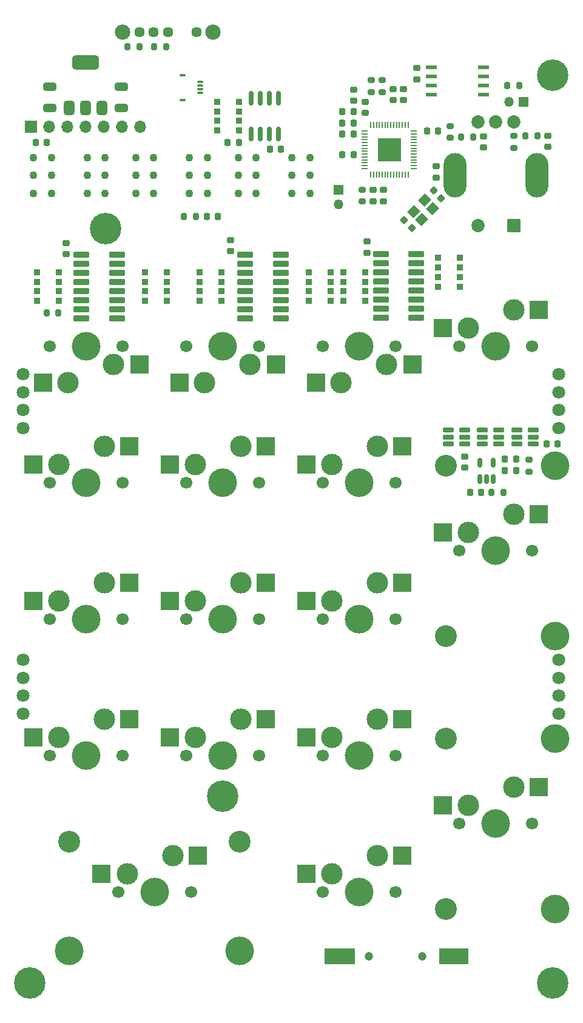
<source format=gbr>
%TF.GenerationSoftware,KiCad,Pcbnew,8.0.4*%
%TF.CreationDate,2024-10-18T15:11:06-05:00*%
%TF.ProjectId,numlocked_numpad,6e756d6c-6f63-46b6-9564-5f6e756d7061,rev?*%
%TF.SameCoordinates,Original*%
%TF.FileFunction,Soldermask,Bot*%
%TF.FilePolarity,Negative*%
%FSLAX46Y46*%
G04 Gerber Fmt 4.6, Leading zero omitted, Abs format (unit mm)*
G04 Created by KiCad (PCBNEW 8.0.4) date 2024-10-18 15:11:06*
%MOMM*%
%LPD*%
G01*
G04 APERTURE LIST*
G04 Aperture macros list*
%AMRoundRect*
0 Rectangle with rounded corners*
0 $1 Rounding radius*
0 $2 $3 $4 $5 $6 $7 $8 $9 X,Y pos of 4 corners*
0 Add a 4 corners polygon primitive as box body*
4,1,4,$2,$3,$4,$5,$6,$7,$8,$9,$2,$3,0*
0 Add four circle primitives for the rounded corners*
1,1,$1+$1,$2,$3*
1,1,$1+$1,$4,$5*
1,1,$1+$1,$6,$7*
1,1,$1+$1,$8,$9*
0 Add four rect primitives between the rounded corners*
20,1,$1+$1,$2,$3,$4,$5,0*
20,1,$1+$1,$4,$5,$6,$7,0*
20,1,$1+$1,$6,$7,$8,$9,0*
20,1,$1+$1,$8,$9,$2,$3,0*%
%AMRotRect*
0 Rectangle, with rotation*
0 The origin of the aperture is its center*
0 $1 length*
0 $2 width*
0 $3 Rotation angle, in degrees counterclockwise*
0 Add horizontal line*
21,1,$1,$2,0,0,$3*%
G04 Aperture macros list end*
%ADD10RoundRect,0.102000X0.825000X0.825000X-0.825000X0.825000X-0.825000X-0.825000X0.825000X-0.825000X0*%
%ADD11C,1.854000*%
%ADD12O,3.204000X6.204000*%
%ADD13C,1.700000*%
%ADD14C,3.000000*%
%ADD15C,4.000000*%
%ADD16R,2.550000X2.500000*%
%ADD17C,1.100000*%
%ADD18R,1.350000X1.350000*%
%ADD19O,1.350000X1.350000*%
%ADD20C,4.400000*%
%ADD21C,1.800000*%
%ADD22R,1.700000X1.700000*%
%ADD23O,1.700000X1.700000*%
%ADD24C,3.050000*%
%ADD25C,1.450000*%
%ADD26C,2.150000*%
%ADD27R,0.900000X0.900000*%
%ADD28RoundRect,0.225000X-0.250000X0.225000X-0.250000X-0.225000X0.250000X-0.225000X0.250000X0.225000X0*%
%ADD29RoundRect,0.225000X-0.225000X-0.250000X0.225000X-0.250000X0.225000X0.250000X-0.225000X0.250000X0*%
%ADD30RoundRect,0.200000X-0.275000X0.200000X-0.275000X-0.200000X0.275000X-0.200000X0.275000X0.200000X0*%
%ADD31RoundRect,0.200000X-0.200000X-0.275000X0.200000X-0.275000X0.200000X0.275000X-0.200000X0.275000X0*%
%ADD32R,1.524000X0.533400*%
%ADD33RoundRect,0.150000X-0.650000X-0.150000X0.650000X-0.150000X0.650000X0.150000X-0.650000X0.150000X0*%
%ADD34RoundRect,0.100500X-0.986500X-0.301500X0.986500X-0.301500X0.986500X0.301500X-0.986500X0.301500X0*%
%ADD35RoundRect,0.200000X0.200000X0.275000X-0.200000X0.275000X-0.200000X-0.275000X0.200000X-0.275000X0*%
%ADD36RoundRect,0.225000X0.250000X-0.225000X0.250000X0.225000X-0.250000X0.225000X-0.250000X-0.225000X0*%
%ADD37RoundRect,0.250000X0.650000X-0.325000X0.650000X0.325000X-0.650000X0.325000X-0.650000X-0.325000X0*%
%ADD38C,1.200000*%
%ADD39R,4.350000X2.300000*%
%ADD40R,4.040000X2.300000*%
%ADD41RoundRect,0.225000X0.225000X0.250000X-0.225000X0.250000X-0.225000X-0.250000X0.225000X-0.250000X0*%
%ADD42RoundRect,0.375000X0.375000X-0.625000X0.375000X0.625000X-0.375000X0.625000X-0.375000X-0.625000X0*%
%ADD43RoundRect,0.500000X1.400000X-0.500000X1.400000X0.500000X-1.400000X0.500000X-1.400000X-0.500000X0*%
%ADD44RoundRect,0.225000X0.335876X0.017678X0.017678X0.335876X-0.335876X-0.017678X-0.017678X-0.335876X0*%
%ADD45RoundRect,0.150000X0.150000X-0.512500X0.150000X0.512500X-0.150000X0.512500X-0.150000X-0.512500X0*%
%ADD46RotRect,1.400000X1.200000X225.000000*%
%ADD47RoundRect,0.075000X0.325000X-0.075000X0.325000X0.075000X-0.325000X0.075000X-0.325000X-0.075000X0*%
%ADD48RoundRect,0.100000X0.300000X-0.100000X0.300000X0.100000X-0.300000X0.100000X-0.300000X-0.100000X0*%
%ADD49RoundRect,0.050000X0.387500X0.050000X-0.387500X0.050000X-0.387500X-0.050000X0.387500X-0.050000X0*%
%ADD50RoundRect,0.050000X0.050000X0.387500X-0.050000X0.387500X-0.050000X-0.387500X0.050000X-0.387500X0*%
%ADD51R,3.200000X3.200000*%
%ADD52RoundRect,0.225000X-0.335876X-0.017678X-0.017678X-0.335876X0.335876X0.017678X0.017678X0.335876X0*%
%ADD53RoundRect,0.150000X0.150000X-0.825000X0.150000X0.825000X-0.150000X0.825000X-0.150000X-0.825000X0*%
%ADD54RoundRect,0.218750X0.218750X0.256250X-0.218750X0.256250X-0.218750X-0.256250X0.218750X-0.256250X0*%
%ADD55RoundRect,0.200000X0.275000X-0.200000X0.275000X0.200000X-0.275000X0.200000X-0.275000X-0.200000X0*%
G04 APERTURE END LIST*
D10*
%TO.C,MT1*%
X161250000Y-70500000D03*
D11*
X156250000Y-70500000D03*
X161250000Y-56000000D03*
X156250000Y-56000000D03*
X158750000Y-56000000D03*
D12*
X164450000Y-63500000D03*
X153050000Y-63500000D03*
%TD*%
D13*
%TO.C,S9*%
X115570000Y-106362500D03*
D14*
X116840000Y-103822500D03*
D15*
X120650000Y-106362500D03*
D14*
X123190000Y-101282500D03*
D13*
X125730000Y-106362500D03*
D16*
X113240000Y-103822500D03*
X126665000Y-101282500D03*
%TD*%
D17*
%TO.C,SW2*%
X94218750Y-61000000D03*
X96718750Y-61000000D03*
X101718750Y-61000000D03*
X104218750Y-61000000D03*
X94218750Y-66000000D03*
X94218750Y-63500000D03*
X96718750Y-63500000D03*
X96718750Y-66000000D03*
X101718750Y-63500000D03*
X101718750Y-66000000D03*
X104218750Y-63500000D03*
X104218750Y-66000000D03*
%TD*%
D13*
%TO.C,S2*%
X96520000Y-106362500D03*
D14*
X97790000Y-103822500D03*
D15*
X101600000Y-106362500D03*
D14*
X104140000Y-101282500D03*
D13*
X106680000Y-106362500D03*
D16*
X94190000Y-103822500D03*
X107615000Y-101282500D03*
%TD*%
D18*
%TO.C,J6*%
X136800000Y-65500000D03*
D19*
X136800000Y-67500000D03*
%TD*%
D13*
%TO.C,S17*%
X134620000Y-106362500D03*
D14*
X135890000Y-103822500D03*
D15*
X139700000Y-106362500D03*
D14*
X142240000Y-101282500D03*
D13*
X144780000Y-106362500D03*
D16*
X132290000Y-103822500D03*
X145715000Y-101282500D03*
%TD*%
D20*
%TO.C,H5*%
X166656250Y-49500000D03*
%TD*%
D18*
%TO.C,J5*%
X162600000Y-53201000D03*
D19*
X160600000Y-53201000D03*
%TD*%
D13*
%TO.C,S8*%
X125730000Y-87312500D03*
D14*
X124460000Y-89852500D03*
D15*
X120650000Y-87312500D03*
D14*
X118110000Y-92392500D03*
D13*
X115570000Y-87312500D03*
D16*
X128060000Y-89852500D03*
X114635000Y-92392500D03*
%TD*%
D21*
%TO.C,J3*%
X167537500Y-91230000D03*
X167537500Y-93730000D03*
X167537500Y-96230000D03*
X167537500Y-98730000D03*
%TD*%
D13*
%TO.C,S6*%
X96520000Y-144462500D03*
D14*
X97790000Y-141922500D03*
D15*
X101600000Y-144462500D03*
D14*
X104140000Y-139382500D03*
D13*
X106680000Y-144462500D03*
D16*
X94190000Y-141922500D03*
X107615000Y-139382500D03*
%TD*%
D13*
%TO.C,S3*%
X96520000Y-125412500D03*
D14*
X97790000Y-122872500D03*
D15*
X101600000Y-125412500D03*
D14*
X104140000Y-120332500D03*
D13*
X106680000Y-125412500D03*
D16*
X94190000Y-122872500D03*
X107615000Y-120332500D03*
%TD*%
D22*
%TO.C,OLED1*%
X93880000Y-56700000D03*
D23*
X96420000Y-56700000D03*
X98960000Y-56700000D03*
X101500000Y-56700000D03*
X104040000Y-56700000D03*
X106580000Y-56700000D03*
X109120000Y-56700000D03*
%TD*%
D13*
%TO.C,S12*%
X134620000Y-163512500D03*
D14*
X135890000Y-160972500D03*
D15*
X139700000Y-163512500D03*
D14*
X142240000Y-158432500D03*
D13*
X144780000Y-163512500D03*
D16*
X132290000Y-160972500D03*
X145715000Y-158432500D03*
%TD*%
D21*
%TO.C,J4*%
X167537500Y-131110000D03*
X167537500Y-133610000D03*
X167537500Y-136110000D03*
X167537500Y-138610000D03*
%TD*%
D20*
%TO.C,H4*%
X166656250Y-176220900D03*
%TD*%
D13*
%TO.C,S11*%
X115570000Y-144462500D03*
D14*
X116840000Y-141922500D03*
D15*
X120650000Y-144462500D03*
D14*
X123190000Y-139382500D03*
D13*
X125730000Y-144462500D03*
D16*
X113240000Y-141922500D03*
X126665000Y-139382500D03*
%TD*%
D20*
%TO.C,H2*%
X93693750Y-176220900D03*
%TD*%
%TO.C,H6*%
X120650000Y-150181250D03*
%TD*%
D13*
%TO.C,S10*%
X115570000Y-125412500D03*
D14*
X116840000Y-122872500D03*
D15*
X120650000Y-125412500D03*
D14*
X123190000Y-120332500D03*
D13*
X125730000Y-125412500D03*
D16*
X113240000Y-122872500D03*
X126665000Y-120332500D03*
%TD*%
D20*
%TO.C,H1*%
X104300000Y-70900000D03*
%TD*%
D13*
%TO.C,S16*%
X153670000Y-87312500D03*
D14*
X154940000Y-84772500D03*
D15*
X158750000Y-87312500D03*
D14*
X161290000Y-82232500D03*
D13*
X163830000Y-87312500D03*
D16*
X151340000Y-84772500D03*
X164765000Y-82232500D03*
%TD*%
D24*
%TO.C,S15*%
X151750000Y-103987500D03*
X151750000Y-127787500D03*
D13*
X153670000Y-115887500D03*
D14*
X154940000Y-113347500D03*
D15*
X158750000Y-115887500D03*
D14*
X161290000Y-110807500D03*
D13*
X163830000Y-115887500D03*
D15*
X166990000Y-103987500D03*
X166990000Y-127787500D03*
D16*
X151340000Y-113347500D03*
X164765000Y-110807500D03*
%TD*%
D13*
%TO.C,S1*%
X106680000Y-87312500D03*
D14*
X105410000Y-89852500D03*
D15*
X101600000Y-87312500D03*
D14*
X99060000Y-92392500D03*
D13*
X96520000Y-87312500D03*
D16*
X109010000Y-89852500D03*
X95585000Y-92392500D03*
%TD*%
D13*
%TO.C,S18*%
X134620000Y-125412500D03*
D14*
X135890000Y-122872500D03*
D15*
X139700000Y-125412500D03*
D14*
X142240000Y-120332500D03*
D13*
X144780000Y-125412500D03*
D16*
X132290000Y-122872500D03*
X145715000Y-120332500D03*
%TD*%
D13*
%TO.C,S19*%
X134620000Y-144462500D03*
D14*
X135890000Y-141922500D03*
D15*
X139700000Y-144462500D03*
D14*
X142240000Y-139382500D03*
D13*
X144780000Y-144462500D03*
D16*
X132290000Y-141922500D03*
X145715000Y-139382500D03*
%TD*%
D25*
%TO.C,SW1*%
X116994000Y-43437500D03*
X112994000Y-43437500D03*
X110994000Y-43437500D03*
X108994000Y-43437500D03*
D26*
X119294000Y-43437500D03*
X106694000Y-43437500D03*
%TD*%
D24*
%TO.C,S7*%
X99225000Y-156512500D03*
D15*
X99225000Y-171752500D03*
D13*
X106045000Y-163512500D03*
D14*
X107315000Y-160972500D03*
D15*
X111125000Y-163512500D03*
D14*
X113665000Y-158432500D03*
D13*
X116205000Y-163512500D03*
D24*
X123025000Y-156512500D03*
D15*
X123025000Y-171752500D03*
D16*
X103715000Y-160972500D03*
X117140000Y-158432500D03*
%TD*%
D17*
%TO.C,SW3*%
X108506250Y-61000000D03*
X111006250Y-61000000D03*
X116006250Y-61000000D03*
X118506250Y-61000000D03*
X108506250Y-66000000D03*
X108506250Y-63500000D03*
X111006250Y-63500000D03*
X111006250Y-66000000D03*
X116006250Y-63500000D03*
X116006250Y-66000000D03*
X118506250Y-63500000D03*
X118506250Y-66000000D03*
%TD*%
D24*
%TO.C,S20*%
X151750000Y-142087500D03*
X151750000Y-165887500D03*
D13*
X153670000Y-153987500D03*
D14*
X154940000Y-151447500D03*
D15*
X158750000Y-153987500D03*
D14*
X161290000Y-148907500D03*
D13*
X163830000Y-153987500D03*
D15*
X166990000Y-142087500D03*
X166990000Y-165887500D03*
D16*
X151340000Y-151447500D03*
X164765000Y-148907500D03*
%TD*%
D13*
%TO.C,S14*%
X144780000Y-87312500D03*
D14*
X143510000Y-89852500D03*
D15*
X139700000Y-87312500D03*
D14*
X137160000Y-92392500D03*
D13*
X134620000Y-87312500D03*
D16*
X147110000Y-89852500D03*
X133685000Y-92392500D03*
%TD*%
D17*
%TO.C,SW4*%
X122793750Y-61000000D03*
X125293750Y-61000000D03*
X130293750Y-61000000D03*
X132793750Y-61000000D03*
X122793750Y-66000000D03*
X122793750Y-63500000D03*
X125293750Y-63500000D03*
X125293750Y-66000000D03*
X130293750Y-63500000D03*
X130293750Y-66000000D03*
X132793750Y-63500000D03*
X132793750Y-66000000D03*
%TD*%
D27*
%TO.C,RN3*%
X120435000Y-77000000D03*
X120435000Y-78340000D03*
X120435000Y-79660000D03*
X120435000Y-81000000D03*
X117435000Y-81000000D03*
X117435000Y-79660000D03*
X117435000Y-78340000D03*
X117435000Y-77000000D03*
%TD*%
D28*
%TO.C,C22*%
X143100000Y-65525000D03*
X143100000Y-67075000D03*
%TD*%
D29*
%TO.C,C26*%
X160025000Y-103100000D03*
X161575000Y-103100000D03*
%TD*%
%TO.C,C29*%
X165812700Y-100973320D03*
X167362700Y-100973320D03*
%TD*%
%TO.C,C19*%
X149125000Y-57300000D03*
X150675000Y-57300000D03*
%TD*%
D30*
%TO.C,R7*%
X140100000Y-65475000D03*
X140100000Y-67125000D03*
%TD*%
D27*
%TO.C,RN5*%
X140500000Y-77000000D03*
X140500000Y-78340000D03*
X140500000Y-79660000D03*
X140500000Y-81000000D03*
X137500000Y-81000000D03*
X137500000Y-79660000D03*
X137500000Y-78340000D03*
X137500000Y-77000000D03*
%TD*%
D30*
%TO.C,R9*%
X141400000Y-50175000D03*
X141400000Y-51825000D03*
%TD*%
D31*
%TO.C,R13*%
X111075000Y-45500000D03*
X112725000Y-45500000D03*
%TD*%
D27*
%TO.C,RN1*%
X97750000Y-77000000D03*
X97750000Y-78340000D03*
X97750000Y-79660000D03*
X97750000Y-81000000D03*
X94750000Y-81000000D03*
X94750000Y-79660000D03*
X94750000Y-78340000D03*
X94750000Y-77000000D03*
%TD*%
D32*
%TO.C,U7*%
X157044900Y-48395000D03*
X157044900Y-49665000D03*
X157044900Y-50935000D03*
X157044900Y-52205000D03*
X149755100Y-52205000D03*
X149755100Y-50935000D03*
X149755100Y-49665000D03*
X149755100Y-48395000D03*
%TD*%
D27*
%TO.C,RN2*%
X109815000Y-81000000D03*
X109815000Y-79660000D03*
X109815000Y-78340000D03*
X109815000Y-77000000D03*
X112815000Y-77000000D03*
X112815000Y-78340000D03*
X112815000Y-79660000D03*
X112815000Y-81000000D03*
%TD*%
D28*
%TO.C,C5*%
X157000000Y-58025000D03*
X157000000Y-59575000D03*
%TD*%
D30*
%TO.C,R3*%
X152400000Y-56575000D03*
X152400000Y-58225000D03*
%TD*%
D33*
%TO.C,U5*%
X161650000Y-100950000D03*
X161650000Y-100000000D03*
X161650000Y-99050000D03*
X163950000Y-99050000D03*
X163950000Y-100000000D03*
X163950000Y-100950000D03*
%TD*%
D34*
%TO.C,U2*%
X105865000Y-74555000D03*
X105865000Y-75825000D03*
X105865000Y-77095000D03*
X105865000Y-78365000D03*
X105865000Y-79635000D03*
X105865000Y-80905000D03*
X105865000Y-82175000D03*
X105865000Y-83445000D03*
X100915000Y-83445000D03*
X100915000Y-82175000D03*
X100915000Y-80905000D03*
X100915000Y-79635000D03*
X100915000Y-78365000D03*
X100915000Y-77095000D03*
X100915000Y-75825000D03*
X100915000Y-74555000D03*
%TD*%
D28*
%TO.C,C24*%
X147700000Y-48500000D03*
X147700000Y-50050000D03*
%TD*%
D27*
%TO.C,RN7*%
X119900000Y-57200000D03*
X119900000Y-55860000D03*
X119900000Y-54540000D03*
X119900000Y-53200000D03*
X122900000Y-53200000D03*
X122900000Y-54540000D03*
X122900000Y-55860000D03*
X122900000Y-57200000D03*
%TD*%
D35*
%TO.C,R2*%
X164562686Y-57965752D03*
X162912686Y-57965752D03*
%TD*%
D36*
%TO.C,C2*%
X140800000Y-74275000D03*
X140800000Y-72725000D03*
%TD*%
%TO.C,C18*%
X144400000Y-52975000D03*
X144400000Y-51425000D03*
%TD*%
D37*
%TO.C,C7*%
X96500000Y-54075000D03*
X96500000Y-51125000D03*
%TD*%
D38*
%TO.C,BT1*%
X148500000Y-172500000D03*
X141000000Y-172500000D03*
D39*
X136935000Y-172500000D03*
D40*
X152900000Y-172500000D03*
%TD*%
D41*
%TO.C,C23*%
X138875000Y-56200000D03*
X137325000Y-56200000D03*
%TD*%
%TO.C,C21*%
X138875000Y-60600000D03*
X137325000Y-60600000D03*
%TD*%
D34*
%TO.C,U3*%
X128725000Y-74555000D03*
X128725000Y-75825000D03*
X128725000Y-77095000D03*
X128725000Y-78365000D03*
X128725000Y-79635000D03*
X128725000Y-80905000D03*
X128725000Y-82175000D03*
X128725000Y-83445000D03*
X123775000Y-83445000D03*
X123775000Y-82175000D03*
X123775000Y-80905000D03*
X123775000Y-79635000D03*
X123775000Y-78365000D03*
X123775000Y-77095000D03*
X123775000Y-75825000D03*
X123775000Y-74555000D03*
%TD*%
D35*
%TO.C,R12*%
X109025000Y-45500000D03*
X107375000Y-45500000D03*
%TD*%
D28*
%TO.C,C14*%
X141600000Y-65525000D03*
X141600000Y-67075000D03*
%TD*%
D36*
%TO.C,C13*%
X138900000Y-53075000D03*
X138900000Y-51525000D03*
%TD*%
D21*
%TO.C,J2*%
X92812500Y-131110000D03*
X92812500Y-133610000D03*
X92812500Y-136110000D03*
X92812500Y-138610000D03*
%TD*%
D33*
%TO.C,U9*%
X152150000Y-100950000D03*
X152150000Y-100000000D03*
X152150000Y-99050000D03*
X154450000Y-99050000D03*
X154450000Y-100000000D03*
X154450000Y-100950000D03*
%TD*%
D30*
%TO.C,R8*%
X142900000Y-50175000D03*
X142900000Y-51825000D03*
%TD*%
D36*
%TO.C,C15*%
X140500000Y-54775000D03*
X140500000Y-53225000D03*
%TD*%
D29*
%TO.C,C32*%
X121325000Y-58900000D03*
X122875000Y-58900000D03*
%TD*%
D30*
%TO.C,R6*%
X163400000Y-103175000D03*
X163400000Y-104825000D03*
%TD*%
D35*
%TO.C,R11*%
X162025000Y-50900000D03*
X160375000Y-50900000D03*
%TD*%
D42*
%TO.C,U1*%
X103800000Y-54050000D03*
X101500000Y-54050000D03*
X99200000Y-54050000D03*
D43*
X101500000Y-47750000D03*
%TD*%
D44*
%TO.C,C11*%
X147048008Y-70848008D03*
X145951992Y-69751992D03*
%TD*%
D31*
%TO.C,R5*%
X115250000Y-69200000D03*
X116900000Y-69200000D03*
%TD*%
D45*
%TO.C,U8*%
X158400000Y-105837500D03*
X157450000Y-105837500D03*
X156500000Y-105837500D03*
X156500000Y-103562500D03*
X158400000Y-103562500D03*
%TD*%
D46*
%TO.C,X1*%
X149943503Y-68087868D03*
X148387868Y-69643503D03*
X147256497Y-68512132D03*
X148812132Y-66956497D03*
%TD*%
D33*
%TO.C,U10*%
X156850000Y-100950000D03*
X156850000Y-100000000D03*
X156850000Y-99050000D03*
X159150000Y-99050000D03*
X159150000Y-100000000D03*
X159150000Y-100950000D03*
%TD*%
D41*
%TO.C,C20*%
X138875000Y-57700000D03*
X137325000Y-57700000D03*
%TD*%
D47*
%TO.C,J7*%
X117500000Y-51950000D03*
X117500000Y-51450000D03*
X117500000Y-50950000D03*
X117500000Y-50450000D03*
D48*
X115000000Y-52950000D03*
X115000000Y-49450000D03*
%TD*%
D49*
%TO.C,U6*%
X147337500Y-57300000D03*
X147337500Y-57700000D03*
X147337500Y-58100000D03*
X147337500Y-58500000D03*
X147337500Y-58900000D03*
X147337500Y-59300000D03*
X147337500Y-59700000D03*
X147337500Y-60100000D03*
X147337500Y-60500000D03*
X147337500Y-60900000D03*
X147337500Y-61300000D03*
X147337500Y-61700000D03*
X147337500Y-62100000D03*
X147337500Y-62500000D03*
D50*
X146500000Y-63337500D03*
X146100000Y-63337500D03*
X145700000Y-63337500D03*
X145300000Y-63337500D03*
X144900000Y-63337500D03*
X144500000Y-63337500D03*
X144100000Y-63337500D03*
X143700000Y-63337500D03*
X143300000Y-63337500D03*
X142900000Y-63337500D03*
X142500000Y-63337500D03*
X142100000Y-63337500D03*
X141700000Y-63337500D03*
X141300000Y-63337500D03*
D49*
X140462500Y-62500000D03*
X140462500Y-62100000D03*
X140462500Y-61700000D03*
X140462500Y-61300000D03*
X140462500Y-60900000D03*
X140462500Y-60500000D03*
X140462500Y-60100000D03*
X140462500Y-59700000D03*
X140462500Y-59300000D03*
X140462500Y-58900000D03*
X140462500Y-58500000D03*
X140462500Y-58100000D03*
X140462500Y-57700000D03*
X140462500Y-57300000D03*
D50*
X141300000Y-56462500D03*
X141700000Y-56462500D03*
X142100000Y-56462500D03*
X142500000Y-56462500D03*
X142900000Y-56462500D03*
X143300000Y-56462500D03*
X143700000Y-56462500D03*
X144100000Y-56462500D03*
X144500000Y-56462500D03*
X144900000Y-56462500D03*
X145300000Y-56462500D03*
X145700000Y-56462500D03*
X146100000Y-56462500D03*
X146500000Y-56462500D03*
D51*
X143900000Y-59900000D03*
%TD*%
D34*
%TO.C,U4*%
X147670000Y-74455000D03*
X147670000Y-75725000D03*
X147670000Y-76995000D03*
X147670000Y-78265000D03*
X147670000Y-79535000D03*
X147670000Y-80805000D03*
X147670000Y-82075000D03*
X147670000Y-83345000D03*
X142720000Y-83345000D03*
X142720000Y-82075000D03*
X142720000Y-80805000D03*
X142720000Y-79535000D03*
X142720000Y-78265000D03*
X142720000Y-76995000D03*
X142720000Y-75725000D03*
X142720000Y-74455000D03*
%TD*%
D27*
%TO.C,RN4*%
X132675000Y-81000000D03*
X132675000Y-79660000D03*
X132675000Y-78340000D03*
X132675000Y-77000000D03*
X135675000Y-77000000D03*
X135675000Y-78340000D03*
X135675000Y-79660000D03*
X135675000Y-81000000D03*
%TD*%
D36*
%TO.C,C4*%
X121750000Y-74075000D03*
X121750000Y-72525000D03*
%TD*%
D35*
%TO.C,R4*%
X155555000Y-58125000D03*
X153905000Y-58125000D03*
%TD*%
D21*
%TO.C,J1*%
X92812500Y-91230000D03*
X92812500Y-93730000D03*
X92812500Y-96230000D03*
X92812500Y-98730000D03*
%TD*%
D52*
%TO.C,C10*%
X150051992Y-65551992D03*
X151148008Y-66648008D03*
%TD*%
D36*
%TO.C,C12*%
X145900000Y-52975000D03*
X145900000Y-51425000D03*
%TD*%
D53*
%TO.C,U11*%
X128405000Y-57675000D03*
X127135000Y-57675000D03*
X125865000Y-57675000D03*
X124595000Y-57675000D03*
X124595000Y-52725000D03*
X125865000Y-52725000D03*
X127135000Y-52725000D03*
X128405000Y-52725000D03*
%TD*%
D27*
%TO.C,RN6*%
X150700000Y-79000000D03*
X150700000Y-77660000D03*
X150700000Y-76340000D03*
X150700000Y-75000000D03*
X153700000Y-75000000D03*
X153700000Y-76340000D03*
X153700000Y-77660000D03*
X153700000Y-79000000D03*
%TD*%
D29*
%TO.C,C28*%
X160025000Y-104700000D03*
X161575000Y-104700000D03*
%TD*%
D41*
%TO.C,C9*%
X96075000Y-58900000D03*
X94525000Y-58900000D03*
%TD*%
%TO.C,C25*%
X156702983Y-107700000D03*
X155152983Y-107700000D03*
%TD*%
D36*
%TO.C,C3*%
X98750000Y-74475000D03*
X98750000Y-72925000D03*
%TD*%
D37*
%TO.C,C6*%
X106500000Y-54075000D03*
X106500000Y-51125000D03*
%TD*%
D31*
%TO.C,R10*%
X96050000Y-82700000D03*
X97700000Y-82700000D03*
%TD*%
D28*
%TO.C,C17*%
X150400000Y-62225000D03*
X150400000Y-63775000D03*
%TD*%
D41*
%TO.C,C16*%
X138875000Y-54600000D03*
X137325000Y-54600000D03*
%TD*%
D28*
%TO.C,C27*%
X154400000Y-102725000D03*
X154400000Y-104275000D03*
%TD*%
D54*
%TO.C,D1*%
X119987500Y-69200000D03*
X118412500Y-69200000D03*
%TD*%
D31*
%TO.C,R14*%
X158177983Y-107700000D03*
X159827983Y-107700000D03*
%TD*%
D29*
%TO.C,C31*%
X127225000Y-59800000D03*
X128775000Y-59800000D03*
%TD*%
D28*
%TO.C,C1*%
X166047686Y-57955752D03*
X166047686Y-59505752D03*
%TD*%
D55*
%TO.C,R1*%
X161247686Y-59640752D03*
X161247686Y-57990752D03*
%TD*%
M02*

</source>
